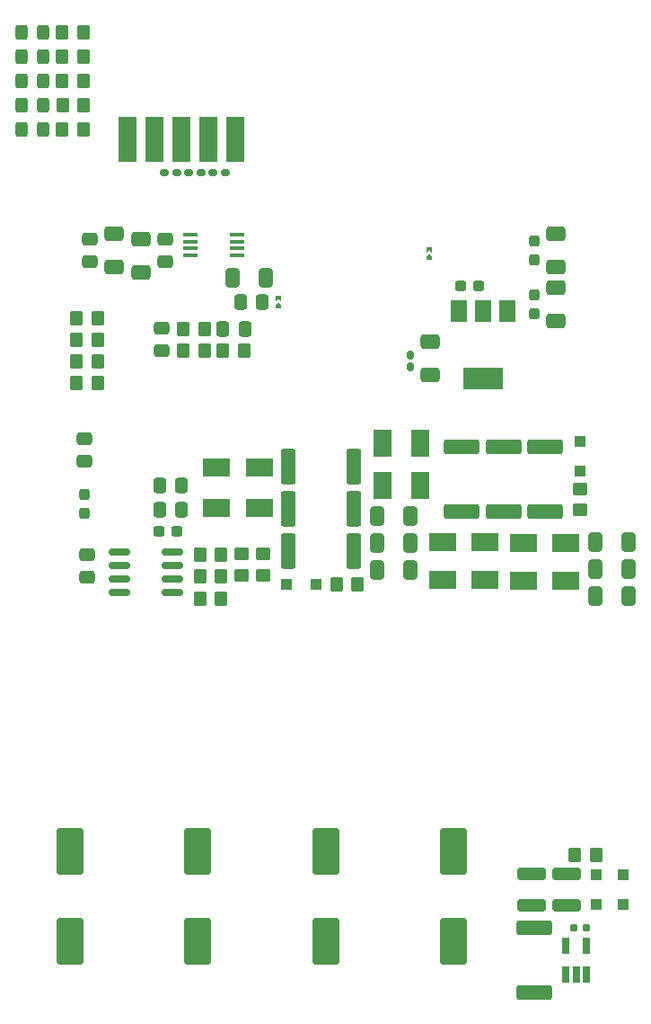
<source format=gbr>
%TF.GenerationSoftware,KiCad,Pcbnew,(6.0.9)*%
%TF.CreationDate,2022-11-24T15:29:20-03:00*%
%TF.ProjectId,main,6d61696e-2e6b-4696-9361-645f70636258,rev?*%
%TF.SameCoordinates,Original*%
%TF.FileFunction,Paste,Bot*%
%TF.FilePolarity,Positive*%
%FSLAX46Y46*%
G04 Gerber Fmt 4.6, Leading zero omitted, Abs format (unit mm)*
G04 Created by KiCad (PCBNEW (6.0.9)) date 2022-11-24 15:29:20*
%MOMM*%
%LPD*%
G01*
G04 APERTURE LIST*
G04 Aperture macros list*
%AMRoundRect*
0 Rectangle with rounded corners*
0 $1 Rounding radius*
0 $2 $3 $4 $5 $6 $7 $8 $9 X,Y pos of 4 corners*
0 Add a 4 corners polygon primitive as box body*
4,1,4,$2,$3,$4,$5,$6,$7,$8,$9,$2,$3,0*
0 Add four circle primitives for the rounded corners*
1,1,$1+$1,$2,$3*
1,1,$1+$1,$4,$5*
1,1,$1+$1,$6,$7*
1,1,$1+$1,$8,$9*
0 Add four rect primitives between the rounded corners*
20,1,$1+$1,$2,$3,$4,$5,0*
20,1,$1+$1,$4,$5,$6,$7,0*
20,1,$1+$1,$6,$7,$8,$9,0*
20,1,$1+$1,$8,$9,$2,$3,0*%
%AMFreePoly0*
4,1,24,0.072828,0.253187,0.091931,0.247652,0.345931,0.044452,0.349258,0.038409,0.355301,0.035082,0.359977,0.018944,0.368082,0.004226,0.366162,-0.002400,0.368082,-0.009026,0.359977,-0.023744,0.355301,-0.039882,0.349258,-0.043209,0.345931,-0.049252,0.091931,-0.252452,0.072828,-0.257987,0.054449,-0.265600,-0.123351,-0.265600,-0.165777,-0.248026,-0.183351,-0.205600,-0.183351,0.200800,
-0.165777,0.243226,-0.123351,0.260800,0.054449,0.260800,0.072828,0.253187,0.072828,0.253187,$1*%
%AMFreePoly1*
4,1,40,0.141626,0.245626,0.159200,0.203200,0.159200,-0.203200,0.141626,-0.245626,0.099200,-0.263200,-0.256400,-0.263200,-0.259782,-0.261799,-0.263299,-0.262801,-0.280566,-0.253190,-0.298826,-0.245626,-0.300226,-0.242247,-0.303423,-0.240467,-0.308835,-0.221462,-0.316400,-0.203200,-0.314999,-0.199818,-0.316001,-0.196301,-0.306390,-0.179034,-0.298826,-0.160774,-0.295447,-0.159374,-0.293667,-0.156177,
-0.098668,-0.001638,-0.099200,0.000000,-0.098668,0.001638,-0.293667,0.156177,-0.295447,0.159374,-0.298826,0.160774,-0.306390,0.179034,-0.316001,0.196301,-0.314999,0.199818,-0.316400,0.203200,-0.308835,0.221462,-0.303423,0.240467,-0.300226,0.242247,-0.298826,0.245626,-0.280566,0.253190,-0.263299,0.262801,-0.259782,0.261799,-0.256400,0.263200,0.099200,0.263200,0.141626,0.245626,
0.141626,0.245626,$1*%
G04 Aperture macros list end*
%ADD10RoundRect,0.250000X-0.350000X-0.450000X0.350000X-0.450000X0.350000X0.450000X-0.350000X0.450000X0*%
%ADD11RoundRect,0.250000X0.350000X0.450000X-0.350000X0.450000X-0.350000X-0.450000X0.350000X-0.450000X0*%
%ADD12RoundRect,0.250000X-0.337500X-0.475000X0.337500X-0.475000X0.337500X0.475000X-0.337500X0.475000X0*%
%ADD13RoundRect,0.250000X-0.450000X0.350000X-0.450000X-0.350000X0.450000X-0.350000X0.450000X0.350000X0*%
%ADD14RoundRect,0.250000X-0.412500X-0.650000X0.412500X-0.650000X0.412500X0.650000X-0.412500X0.650000X0*%
%ADD15RoundRect,0.250000X0.650000X-0.412500X0.650000X0.412500X-0.650000X0.412500X-0.650000X-0.412500X0*%
%ADD16FreePoly0,90.000000*%
%ADD17FreePoly1,90.000000*%
%ADD18R,2.500000X1.800000*%
%ADD19RoundRect,0.249999X1.425001X-0.450001X1.425001X0.450001X-1.425001X0.450001X-1.425001X-0.450001X0*%
%ADD20RoundRect,0.250000X-0.650000X0.412500X-0.650000X-0.412500X0.650000X-0.412500X0.650000X0.412500X0*%
%ADD21RoundRect,0.250000X-1.000000X1.950000X-1.000000X-1.950000X1.000000X-1.950000X1.000000X1.950000X0*%
%ADD22RoundRect,0.237500X-0.300000X-0.237500X0.300000X-0.237500X0.300000X0.237500X-0.300000X0.237500X0*%
%ADD23RoundRect,0.250000X-0.475000X0.337500X-0.475000X-0.337500X0.475000X-0.337500X0.475000X0.337500X0*%
%ADD24RoundRect,0.250000X-0.325000X-0.450000X0.325000X-0.450000X0.325000X0.450000X-0.325000X0.450000X0*%
%ADD25R,1.100000X1.100000*%
%ADD26RoundRect,0.250000X1.100000X-0.325000X1.100000X0.325000X-1.100000X0.325000X-1.100000X-0.325000X0*%
%ADD27RoundRect,0.160000X0.222500X0.160000X-0.222500X0.160000X-0.222500X-0.160000X0.222500X-0.160000X0*%
%ADD28RoundRect,0.150000X-0.825000X-0.150000X0.825000X-0.150000X0.825000X0.150000X-0.825000X0.150000X0*%
%ADD29RoundRect,0.250000X0.475000X-0.337500X0.475000X0.337500X-0.475000X0.337500X-0.475000X-0.337500X0*%
%ADD30RoundRect,0.249999X-1.425001X0.450001X-1.425001X-0.450001X1.425001X-0.450001X1.425001X0.450001X0*%
%ADD31RoundRect,0.249999X-0.450001X-1.425001X0.450001X-1.425001X0.450001X1.425001X-0.450001X1.425001X0*%
%ADD32RoundRect,0.237500X-0.237500X0.300000X-0.237500X-0.300000X0.237500X-0.300000X0.237500X0.300000X0*%
%ADD33RoundRect,0.237500X0.237500X-0.300000X0.237500X0.300000X-0.237500X0.300000X-0.237500X-0.300000X0*%
%ADD34R,1.800000X2.500000*%
%ADD35R,0.650000X1.560000*%
%ADD36RoundRect,0.155000X0.212500X0.155000X-0.212500X0.155000X-0.212500X-0.155000X0.212500X-0.155000X0*%
%ADD37R,1.700000X4.240000*%
%ADD38RoundRect,0.250000X0.450000X-0.350000X0.450000X0.350000X-0.450000X0.350000X-0.450000X-0.350000X0*%
%ADD39RoundRect,0.160000X-0.160000X0.222500X-0.160000X-0.222500X0.160000X-0.222500X0.160000X0.222500X0*%
%ADD40R,1.450000X0.450000*%
%ADD41R,1.500000X2.000000*%
%ADD42R,3.800000X2.000000*%
%ADD43RoundRect,0.250000X0.337500X0.475000X-0.337500X0.475000X-0.337500X-0.475000X0.337500X-0.475000X0*%
G04 APERTURE END LIST*
D10*
%TO.C,R502*%
X36537200Y-135091200D03*
X38537200Y-135091200D03*
%TD*%
D11*
%TO.C,R204*%
X25572250Y-90678000D03*
X23572250Y-90678000D03*
%TD*%
D10*
%TO.C,R323*%
X24892000Y-114808000D03*
X26892000Y-114808000D03*
%TD*%
D12*
%TO.C,C504*%
X32744500Y-126492000D03*
X34819500Y-126492000D03*
%TD*%
D13*
%TO.C,R406*%
X42490200Y-132959200D03*
X42490200Y-134959200D03*
%TD*%
D10*
%TO.C,R322*%
X24892000Y-116840000D03*
X26892000Y-116840000D03*
%TD*%
D12*
%TO.C,C202*%
X40364500Y-109220000D03*
X42439500Y-109220000D03*
%TD*%
D14*
%TO.C,C408*%
X73824700Y-136906000D03*
X76949700Y-136906000D03*
%TD*%
D15*
%TO.C,C601*%
X70104000Y-105956500D03*
X70104000Y-102831500D03*
%TD*%
D10*
%TO.C,R303*%
X34986929Y-111760000D03*
X36986929Y-111760000D03*
%TD*%
D16*
%TO.C,JP103*%
X43938050Y-109688100D03*
D17*
X43935650Y-108849900D03*
%TD*%
D18*
%TO.C,D410*%
X71037200Y-135472200D03*
X67037200Y-135472200D03*
%TD*%
D10*
%TO.C,R401*%
X36537200Y-137160000D03*
X38537200Y-137160000D03*
%TD*%
D19*
%TO.C,R102*%
X68072000Y-174244000D03*
X68072000Y-168144000D03*
%TD*%
D15*
%TO.C,C204*%
X30988000Y-106464500D03*
X30988000Y-103339500D03*
%TD*%
D20*
%TO.C,C606*%
X58267599Y-113016900D03*
X58267599Y-116141900D03*
%TD*%
D21*
%TO.C,Co406*%
X60452000Y-161018000D03*
X60452000Y-169418000D03*
%TD*%
D14*
%TO.C,C407*%
X73824700Y-134366000D03*
X76949700Y-134366000D03*
%TD*%
D11*
%TO.C,R205*%
X25556250Y-88392000D03*
X23556250Y-88392000D03*
%TD*%
%TO.C,R305*%
X40705072Y-113792000D03*
X38705072Y-113792000D03*
%TD*%
D18*
%TO.C,D408*%
X59417200Y-131826000D03*
X63417200Y-131826000D03*
%TD*%
D22*
%TO.C,C605*%
X61113498Y-107695999D03*
X62838498Y-107695999D03*
%TD*%
D23*
%TO.C,C301*%
X32938929Y-111738500D03*
X32938929Y-113813500D03*
%TD*%
D24*
%TO.C,D205*%
X19721250Y-92964000D03*
X21771250Y-92964000D03*
%TD*%
D25*
%TO.C,D414*%
X76454000Y-163192000D03*
X76454000Y-165992000D03*
%TD*%
D14*
%TO.C,C201*%
X39585500Y-106934000D03*
X42710500Y-106934000D03*
%TD*%
D26*
%TO.C,Co401*%
X67818000Y-166067000D03*
X67818000Y-163117000D03*
%TD*%
D27*
%TO.C,D105*%
X38926500Y-97028000D03*
X37781500Y-97028000D03*
%TD*%
D18*
%TO.C,D411*%
X71037200Y-131916200D03*
X67037200Y-131916200D03*
%TD*%
D12*
%TO.C,C505*%
X32744500Y-128778000D03*
X34819500Y-128778000D03*
%TD*%
D28*
%TO.C,U501*%
X28970200Y-136615200D03*
X28970200Y-135345200D03*
X28970200Y-134075200D03*
X28970200Y-132805200D03*
X33920200Y-132805200D03*
X33920200Y-134075200D03*
X33920200Y-135345200D03*
X33920200Y-136615200D03*
%TD*%
D11*
%TO.C,R207*%
X25556250Y-83820000D03*
X23556250Y-83820000D03*
%TD*%
D29*
%TO.C,C503*%
X25908000Y-135149500D03*
X25908000Y-133074500D03*
%TD*%
D11*
%TO.C,R208*%
X25556250Y-92964000D03*
X23556250Y-92964000D03*
%TD*%
D30*
%TO.C,R410*%
X61214000Y-122871800D03*
X61214000Y-128971800D03*
%TD*%
D25*
%TO.C,D413*%
X73914000Y-163192000D03*
X73914000Y-165992000D03*
%TD*%
D24*
%TO.C,D203*%
X19721250Y-86106000D03*
X21771250Y-86106000D03*
%TD*%
D31*
%TO.C,R402*%
X44901200Y-132678200D03*
X51001200Y-132678200D03*
%TD*%
D20*
%TO.C,C603*%
X70104000Y-107911500D03*
X70104000Y-111036500D03*
%TD*%
D18*
%TO.C,D402*%
X42113200Y-124804200D03*
X38113200Y-124804200D03*
%TD*%
D32*
%TO.C,C604*%
X68072000Y-108611500D03*
X68072000Y-110336500D03*
%TD*%
D13*
%TO.C,R405*%
X40458200Y-132959200D03*
X40458200Y-134959200D03*
%TD*%
D29*
%TO.C,C502*%
X25654000Y-124227500D03*
X25654000Y-122152500D03*
%TD*%
D10*
%TO.C,R325*%
X24908000Y-110744000D03*
X26908000Y-110744000D03*
%TD*%
D11*
%TO.C,R206*%
X25556250Y-86106000D03*
X23556250Y-86106000D03*
%TD*%
D10*
%TO.C,R408*%
X71898000Y-161290000D03*
X73898000Y-161290000D03*
%TD*%
D22*
%TO.C,C506*%
X32665500Y-130810000D03*
X34390500Y-130810000D03*
%TD*%
D21*
%TO.C,Co403*%
X24257000Y-161018000D03*
X24257000Y-169418000D03*
%TD*%
D33*
%TO.C,C602*%
X68072000Y-105256500D03*
X68072000Y-103531500D03*
%TD*%
D24*
%TO.C,D201*%
X19721250Y-90678000D03*
X21771250Y-90678000D03*
%TD*%
D14*
%TO.C,C404*%
X53250700Y-134456200D03*
X56375700Y-134456200D03*
%TD*%
D25*
%TO.C,D405*%
X47504200Y-135853200D03*
X44704200Y-135853200D03*
%TD*%
D34*
%TO.C,D404*%
X57349200Y-122518200D03*
X57349200Y-126518200D03*
%TD*%
D35*
%TO.C,U304*%
X72959000Y-172544000D03*
X72009000Y-172544000D03*
X71059000Y-172544000D03*
X71059000Y-169844000D03*
X72959000Y-169844000D03*
%TD*%
D36*
%TO.C,C306*%
X72957500Y-168148000D03*
X71822500Y-168148000D03*
%TD*%
D37*
%TO.C,J101*%
X29698000Y-93965700D03*
X32238000Y-93965700D03*
X34778000Y-93965700D03*
X37318000Y-93965700D03*
X39858000Y-93965700D03*
%TD*%
D31*
%TO.C,R403*%
X44901200Y-128696100D03*
X51001200Y-128696100D03*
%TD*%
%TO.C,R404*%
X44901200Y-124714000D03*
X51001200Y-124714000D03*
%TD*%
D25*
%TO.C,D412*%
X72390000Y-125188200D03*
X72390000Y-122388200D03*
%TD*%
D21*
%TO.C,Co405*%
X36322000Y-161018000D03*
X36322000Y-169418000D03*
%TD*%
D34*
%TO.C,D403*%
X53793200Y-122518200D03*
X53793200Y-126518200D03*
%TD*%
D10*
%TO.C,R324*%
X24908000Y-112776000D03*
X26908000Y-112776000D03*
%TD*%
D11*
%TO.C,R304*%
X36986929Y-113792000D03*
X34986929Y-113792000D03*
%TD*%
D32*
%TO.C,C501*%
X25654000Y-127407500D03*
X25654000Y-129132500D03*
%TD*%
D21*
%TO.C,Co404*%
X48387000Y-161018000D03*
X48387000Y-169418000D03*
%TD*%
D38*
%TO.C,R412*%
X72390000Y-128852200D03*
X72390000Y-126852200D03*
%TD*%
D39*
%TO.C,D601*%
X56388000Y-114235500D03*
X56388000Y-115380500D03*
%TD*%
D11*
%TO.C,R407*%
X51422200Y-135853200D03*
X49422200Y-135853200D03*
%TD*%
D29*
%TO.C,C203*%
X33274000Y-105431500D03*
X33274000Y-103356500D03*
%TD*%
D40*
%TO.C,U201*%
X40046000Y-102911000D03*
X40046000Y-103561000D03*
X40046000Y-104211000D03*
X40046000Y-104861000D03*
X35646000Y-104861000D03*
X35646000Y-104211000D03*
X35646000Y-103561000D03*
X35646000Y-102911000D03*
%TD*%
D27*
%TO.C,D103*%
X34354500Y-97028000D03*
X33209500Y-97028000D03*
%TD*%
%TO.C,D104*%
X36640500Y-97028000D03*
X35495500Y-97028000D03*
%TD*%
D18*
%TO.C,D401*%
X42113200Y-128614200D03*
X38113200Y-128614200D03*
%TD*%
D41*
%TO.C,U602*%
X60946000Y-110134000D03*
X63246000Y-110134000D03*
D42*
X63246000Y-116434000D03*
D41*
X65546000Y-110134000D03*
%TD*%
D23*
%TO.C,C314*%
X26162000Y-103356500D03*
X26162000Y-105431500D03*
%TD*%
D14*
%TO.C,C403*%
X53250700Y-131916200D03*
X56375700Y-131916200D03*
%TD*%
D30*
%TO.C,R409*%
X65151000Y-122871800D03*
X65151000Y-128971800D03*
%TD*%
%TO.C,R411*%
X69088000Y-122871800D03*
X69088000Y-128971800D03*
%TD*%
D24*
%TO.C,D204*%
X19721250Y-83820000D03*
X21771250Y-83820000D03*
%TD*%
D43*
%TO.C,C304*%
X40758573Y-111760002D03*
X38683573Y-111760002D03*
%TD*%
D14*
%TO.C,C402*%
X53250700Y-129376200D03*
X56375700Y-129376200D03*
%TD*%
D16*
%TO.C,JP102*%
X58162050Y-105116100D03*
D17*
X58159650Y-104277900D03*
%TD*%
D20*
%TO.C,C313*%
X28448000Y-102831500D03*
X28448000Y-105956500D03*
%TD*%
D10*
%TO.C,R501*%
X36537200Y-133059200D03*
X38537200Y-133059200D03*
%TD*%
D14*
%TO.C,C406*%
X73824700Y-131826000D03*
X76949700Y-131826000D03*
%TD*%
D18*
%TO.C,D409*%
X59417200Y-135382000D03*
X63417200Y-135382000D03*
%TD*%
D24*
%TO.C,D202*%
X19721250Y-88392000D03*
X21771250Y-88392000D03*
%TD*%
D26*
%TO.C,Co402*%
X71120000Y-166067000D03*
X71120000Y-163117000D03*
%TD*%
M02*

</source>
